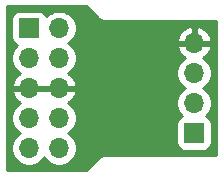
<source format=gbr>
G04 #@! TF.GenerationSoftware,KiCad,Pcbnew,(5.1.5)-2*
G04 #@! TF.CreationDate,2019-12-06T13:47:24+11:00*
G04 #@! TF.ProjectId,SWD-Breakout,5357442d-4272-4656-916b-6f75742e6b69,rev?*
G04 #@! TF.SameCoordinates,Original*
G04 #@! TF.FileFunction,Copper,L2,Bot*
G04 #@! TF.FilePolarity,Positive*
%FSLAX46Y46*%
G04 Gerber Fmt 4.6, Leading zero omitted, Abs format (unit mm)*
G04 Created by KiCad (PCBNEW (5.1.5)-2) date 2019-12-06 13:47:24*
%MOMM*%
%LPD*%
G04 APERTURE LIST*
%ADD10O,1.700000X1.700000*%
%ADD11R,1.700000X1.700000*%
%ADD12C,0.254000*%
G04 APERTURE END LIST*
D10*
X149860000Y-77470000D03*
X149860000Y-80010000D03*
X149860000Y-82550000D03*
D11*
X149860000Y-85090000D03*
D10*
X138430000Y-86360000D03*
X135890000Y-86360000D03*
X138430000Y-83820000D03*
X135890000Y-83820000D03*
X138430000Y-81280000D03*
X135890000Y-81280000D03*
X138430000Y-78740000D03*
X135890000Y-78740000D03*
X138430000Y-76200000D03*
D11*
X135890000Y-76200000D03*
D12*
G36*
X141750388Y-75373769D02*
G01*
X141771052Y-75398948D01*
X141796231Y-75419612D01*
X141796233Y-75419614D01*
X141871549Y-75481425D01*
X141899920Y-75496589D01*
X141986207Y-75542710D01*
X142110617Y-75580450D01*
X142207581Y-75590000D01*
X142207590Y-75590000D01*
X142239999Y-75593192D01*
X142272408Y-75590000D01*
X151732725Y-75590000D01*
X151739513Y-75590666D01*
X151740000Y-75595301D01*
X151740001Y-86962715D01*
X151739335Y-86969513D01*
X151734699Y-86970000D01*
X142272408Y-86970000D01*
X142239999Y-86966808D01*
X142207590Y-86970000D01*
X142207581Y-86970000D01*
X142110617Y-86979550D01*
X141986207Y-87017290D01*
X141917647Y-87053936D01*
X141871549Y-87078575D01*
X141805730Y-87132592D01*
X141771052Y-87161052D01*
X141750388Y-87186231D01*
X140696620Y-88240000D01*
X134017275Y-88240000D01*
X134010487Y-88239335D01*
X134010000Y-88234699D01*
X134010000Y-83673740D01*
X134405000Y-83673740D01*
X134405000Y-83966260D01*
X134462068Y-84253158D01*
X134574010Y-84523411D01*
X134736525Y-84766632D01*
X134943368Y-84973475D01*
X135117760Y-85090000D01*
X134943368Y-85206525D01*
X134736525Y-85413368D01*
X134574010Y-85656589D01*
X134462068Y-85926842D01*
X134405000Y-86213740D01*
X134405000Y-86506260D01*
X134462068Y-86793158D01*
X134574010Y-87063411D01*
X134736525Y-87306632D01*
X134943368Y-87513475D01*
X135186589Y-87675990D01*
X135456842Y-87787932D01*
X135743740Y-87845000D01*
X136036260Y-87845000D01*
X136323158Y-87787932D01*
X136593411Y-87675990D01*
X136836632Y-87513475D01*
X137043475Y-87306632D01*
X137160000Y-87132240D01*
X137276525Y-87306632D01*
X137483368Y-87513475D01*
X137726589Y-87675990D01*
X137996842Y-87787932D01*
X138283740Y-87845000D01*
X138576260Y-87845000D01*
X138863158Y-87787932D01*
X139133411Y-87675990D01*
X139376632Y-87513475D01*
X139583475Y-87306632D01*
X139745990Y-87063411D01*
X139857932Y-86793158D01*
X139915000Y-86506260D01*
X139915000Y-86213740D01*
X139857932Y-85926842D01*
X139745990Y-85656589D01*
X139583475Y-85413368D01*
X139376632Y-85206525D01*
X139202240Y-85090000D01*
X139376632Y-84973475D01*
X139583475Y-84766632D01*
X139745990Y-84523411D01*
X139857932Y-84253158D01*
X139860549Y-84240000D01*
X148371928Y-84240000D01*
X148371928Y-85940000D01*
X148384188Y-86064482D01*
X148420498Y-86184180D01*
X148479463Y-86294494D01*
X148558815Y-86391185D01*
X148655506Y-86470537D01*
X148765820Y-86529502D01*
X148885518Y-86565812D01*
X149010000Y-86578072D01*
X150710000Y-86578072D01*
X150834482Y-86565812D01*
X150954180Y-86529502D01*
X151064494Y-86470537D01*
X151161185Y-86391185D01*
X151240537Y-86294494D01*
X151299502Y-86184180D01*
X151335812Y-86064482D01*
X151348072Y-85940000D01*
X151348072Y-84240000D01*
X151335812Y-84115518D01*
X151299502Y-83995820D01*
X151240537Y-83885506D01*
X151161185Y-83788815D01*
X151064494Y-83709463D01*
X150954180Y-83650498D01*
X150881620Y-83628487D01*
X151013475Y-83496632D01*
X151175990Y-83253411D01*
X151287932Y-82983158D01*
X151345000Y-82696260D01*
X151345000Y-82403740D01*
X151287932Y-82116842D01*
X151175990Y-81846589D01*
X151013475Y-81603368D01*
X150806632Y-81396525D01*
X150632240Y-81280000D01*
X150806632Y-81163475D01*
X151013475Y-80956632D01*
X151175990Y-80713411D01*
X151287932Y-80443158D01*
X151345000Y-80156260D01*
X151345000Y-79863740D01*
X151287932Y-79576842D01*
X151175990Y-79306589D01*
X151013475Y-79063368D01*
X150806632Y-78856525D01*
X150624466Y-78734805D01*
X150741355Y-78665178D01*
X150957588Y-78470269D01*
X151131641Y-78236920D01*
X151256825Y-77974099D01*
X151301476Y-77826890D01*
X151180155Y-77597000D01*
X149987000Y-77597000D01*
X149987000Y-77617000D01*
X149733000Y-77617000D01*
X149733000Y-77597000D01*
X148539845Y-77597000D01*
X148418524Y-77826890D01*
X148463175Y-77974099D01*
X148588359Y-78236920D01*
X148762412Y-78470269D01*
X148978645Y-78665178D01*
X149095534Y-78734805D01*
X148913368Y-78856525D01*
X148706525Y-79063368D01*
X148544010Y-79306589D01*
X148432068Y-79576842D01*
X148375000Y-79863740D01*
X148375000Y-80156260D01*
X148432068Y-80443158D01*
X148544010Y-80713411D01*
X148706525Y-80956632D01*
X148913368Y-81163475D01*
X149087760Y-81280000D01*
X148913368Y-81396525D01*
X148706525Y-81603368D01*
X148544010Y-81846589D01*
X148432068Y-82116842D01*
X148375000Y-82403740D01*
X148375000Y-82696260D01*
X148432068Y-82983158D01*
X148544010Y-83253411D01*
X148706525Y-83496632D01*
X148838380Y-83628487D01*
X148765820Y-83650498D01*
X148655506Y-83709463D01*
X148558815Y-83788815D01*
X148479463Y-83885506D01*
X148420498Y-83995820D01*
X148384188Y-84115518D01*
X148371928Y-84240000D01*
X139860549Y-84240000D01*
X139915000Y-83966260D01*
X139915000Y-83673740D01*
X139857932Y-83386842D01*
X139745990Y-83116589D01*
X139583475Y-82873368D01*
X139376632Y-82666525D01*
X139194466Y-82544805D01*
X139311355Y-82475178D01*
X139527588Y-82280269D01*
X139701641Y-82046920D01*
X139826825Y-81784099D01*
X139871476Y-81636890D01*
X139750155Y-81407000D01*
X138557000Y-81407000D01*
X138557000Y-81427000D01*
X138303000Y-81427000D01*
X138303000Y-81407000D01*
X136017000Y-81407000D01*
X136017000Y-81427000D01*
X135763000Y-81427000D01*
X135763000Y-81407000D01*
X134569845Y-81407000D01*
X134448524Y-81636890D01*
X134493175Y-81784099D01*
X134618359Y-82046920D01*
X134792412Y-82280269D01*
X135008645Y-82475178D01*
X135125534Y-82544805D01*
X134943368Y-82666525D01*
X134736525Y-82873368D01*
X134574010Y-83116589D01*
X134462068Y-83386842D01*
X134405000Y-83673740D01*
X134010000Y-83673740D01*
X134010000Y-75350000D01*
X134401928Y-75350000D01*
X134401928Y-77050000D01*
X134414188Y-77174482D01*
X134450498Y-77294180D01*
X134509463Y-77404494D01*
X134588815Y-77501185D01*
X134685506Y-77580537D01*
X134795820Y-77639502D01*
X134868380Y-77661513D01*
X134736525Y-77793368D01*
X134574010Y-78036589D01*
X134462068Y-78306842D01*
X134405000Y-78593740D01*
X134405000Y-78886260D01*
X134462068Y-79173158D01*
X134574010Y-79443411D01*
X134736525Y-79686632D01*
X134943368Y-79893475D01*
X135125534Y-80015195D01*
X135008645Y-80084822D01*
X134792412Y-80279731D01*
X134618359Y-80513080D01*
X134493175Y-80775901D01*
X134448524Y-80923110D01*
X134569845Y-81153000D01*
X135763000Y-81153000D01*
X135763000Y-81133000D01*
X136017000Y-81133000D01*
X136017000Y-81153000D01*
X138303000Y-81153000D01*
X138303000Y-81133000D01*
X138557000Y-81133000D01*
X138557000Y-81153000D01*
X139750155Y-81153000D01*
X139871476Y-80923110D01*
X139826825Y-80775901D01*
X139701641Y-80513080D01*
X139527588Y-80279731D01*
X139311355Y-80084822D01*
X139194466Y-80015195D01*
X139376632Y-79893475D01*
X139583475Y-79686632D01*
X139745990Y-79443411D01*
X139857932Y-79173158D01*
X139915000Y-78886260D01*
X139915000Y-78593740D01*
X139857932Y-78306842D01*
X139745990Y-78036589D01*
X139583475Y-77793368D01*
X139376632Y-77586525D01*
X139202240Y-77470000D01*
X139376632Y-77353475D01*
X139583475Y-77146632D01*
X139605873Y-77113110D01*
X148418524Y-77113110D01*
X148539845Y-77343000D01*
X149733000Y-77343000D01*
X149733000Y-76149186D01*
X149987000Y-76149186D01*
X149987000Y-77343000D01*
X151180155Y-77343000D01*
X151301476Y-77113110D01*
X151256825Y-76965901D01*
X151131641Y-76703080D01*
X150957588Y-76469731D01*
X150741355Y-76274822D01*
X150491252Y-76125843D01*
X150216891Y-76028519D01*
X149987000Y-76149186D01*
X149733000Y-76149186D01*
X149503109Y-76028519D01*
X149228748Y-76125843D01*
X148978645Y-76274822D01*
X148762412Y-76469731D01*
X148588359Y-76703080D01*
X148463175Y-76965901D01*
X148418524Y-77113110D01*
X139605873Y-77113110D01*
X139745990Y-76903411D01*
X139857932Y-76633158D01*
X139915000Y-76346260D01*
X139915000Y-76053740D01*
X139857932Y-75766842D01*
X139745990Y-75496589D01*
X139583475Y-75253368D01*
X139376632Y-75046525D01*
X139133411Y-74884010D01*
X138863158Y-74772068D01*
X138576260Y-74715000D01*
X138283740Y-74715000D01*
X137996842Y-74772068D01*
X137726589Y-74884010D01*
X137483368Y-75046525D01*
X137351513Y-75178380D01*
X137329502Y-75105820D01*
X137270537Y-74995506D01*
X137191185Y-74898815D01*
X137094494Y-74819463D01*
X136984180Y-74760498D01*
X136864482Y-74724188D01*
X136740000Y-74711928D01*
X135040000Y-74711928D01*
X134915518Y-74724188D01*
X134795820Y-74760498D01*
X134685506Y-74819463D01*
X134588815Y-74898815D01*
X134509463Y-74995506D01*
X134450498Y-75105820D01*
X134414188Y-75225518D01*
X134401928Y-75350000D01*
X134010000Y-75350000D01*
X134010000Y-74327275D01*
X134010666Y-74320487D01*
X134015301Y-74320000D01*
X140696620Y-74320000D01*
X141750388Y-75373769D01*
G37*
X141750388Y-75373769D02*
X141771052Y-75398948D01*
X141796231Y-75419612D01*
X141796233Y-75419614D01*
X141871549Y-75481425D01*
X141899920Y-75496589D01*
X141986207Y-75542710D01*
X142110617Y-75580450D01*
X142207581Y-75590000D01*
X142207590Y-75590000D01*
X142239999Y-75593192D01*
X142272408Y-75590000D01*
X151732725Y-75590000D01*
X151739513Y-75590666D01*
X151740000Y-75595301D01*
X151740001Y-86962715D01*
X151739335Y-86969513D01*
X151734699Y-86970000D01*
X142272408Y-86970000D01*
X142239999Y-86966808D01*
X142207590Y-86970000D01*
X142207581Y-86970000D01*
X142110617Y-86979550D01*
X141986207Y-87017290D01*
X141917647Y-87053936D01*
X141871549Y-87078575D01*
X141805730Y-87132592D01*
X141771052Y-87161052D01*
X141750388Y-87186231D01*
X140696620Y-88240000D01*
X134017275Y-88240000D01*
X134010487Y-88239335D01*
X134010000Y-88234699D01*
X134010000Y-83673740D01*
X134405000Y-83673740D01*
X134405000Y-83966260D01*
X134462068Y-84253158D01*
X134574010Y-84523411D01*
X134736525Y-84766632D01*
X134943368Y-84973475D01*
X135117760Y-85090000D01*
X134943368Y-85206525D01*
X134736525Y-85413368D01*
X134574010Y-85656589D01*
X134462068Y-85926842D01*
X134405000Y-86213740D01*
X134405000Y-86506260D01*
X134462068Y-86793158D01*
X134574010Y-87063411D01*
X134736525Y-87306632D01*
X134943368Y-87513475D01*
X135186589Y-87675990D01*
X135456842Y-87787932D01*
X135743740Y-87845000D01*
X136036260Y-87845000D01*
X136323158Y-87787932D01*
X136593411Y-87675990D01*
X136836632Y-87513475D01*
X137043475Y-87306632D01*
X137160000Y-87132240D01*
X137276525Y-87306632D01*
X137483368Y-87513475D01*
X137726589Y-87675990D01*
X137996842Y-87787932D01*
X138283740Y-87845000D01*
X138576260Y-87845000D01*
X138863158Y-87787932D01*
X139133411Y-87675990D01*
X139376632Y-87513475D01*
X139583475Y-87306632D01*
X139745990Y-87063411D01*
X139857932Y-86793158D01*
X139915000Y-86506260D01*
X139915000Y-86213740D01*
X139857932Y-85926842D01*
X139745990Y-85656589D01*
X139583475Y-85413368D01*
X139376632Y-85206525D01*
X139202240Y-85090000D01*
X139376632Y-84973475D01*
X139583475Y-84766632D01*
X139745990Y-84523411D01*
X139857932Y-84253158D01*
X139860549Y-84240000D01*
X148371928Y-84240000D01*
X148371928Y-85940000D01*
X148384188Y-86064482D01*
X148420498Y-86184180D01*
X148479463Y-86294494D01*
X148558815Y-86391185D01*
X148655506Y-86470537D01*
X148765820Y-86529502D01*
X148885518Y-86565812D01*
X149010000Y-86578072D01*
X150710000Y-86578072D01*
X150834482Y-86565812D01*
X150954180Y-86529502D01*
X151064494Y-86470537D01*
X151161185Y-86391185D01*
X151240537Y-86294494D01*
X151299502Y-86184180D01*
X151335812Y-86064482D01*
X151348072Y-85940000D01*
X151348072Y-84240000D01*
X151335812Y-84115518D01*
X151299502Y-83995820D01*
X151240537Y-83885506D01*
X151161185Y-83788815D01*
X151064494Y-83709463D01*
X150954180Y-83650498D01*
X150881620Y-83628487D01*
X151013475Y-83496632D01*
X151175990Y-83253411D01*
X151287932Y-82983158D01*
X151345000Y-82696260D01*
X151345000Y-82403740D01*
X151287932Y-82116842D01*
X151175990Y-81846589D01*
X151013475Y-81603368D01*
X150806632Y-81396525D01*
X150632240Y-81280000D01*
X150806632Y-81163475D01*
X151013475Y-80956632D01*
X151175990Y-80713411D01*
X151287932Y-80443158D01*
X151345000Y-80156260D01*
X151345000Y-79863740D01*
X151287932Y-79576842D01*
X151175990Y-79306589D01*
X151013475Y-79063368D01*
X150806632Y-78856525D01*
X150624466Y-78734805D01*
X150741355Y-78665178D01*
X150957588Y-78470269D01*
X151131641Y-78236920D01*
X151256825Y-77974099D01*
X151301476Y-77826890D01*
X151180155Y-77597000D01*
X149987000Y-77597000D01*
X149987000Y-77617000D01*
X149733000Y-77617000D01*
X149733000Y-77597000D01*
X148539845Y-77597000D01*
X148418524Y-77826890D01*
X148463175Y-77974099D01*
X148588359Y-78236920D01*
X148762412Y-78470269D01*
X148978645Y-78665178D01*
X149095534Y-78734805D01*
X148913368Y-78856525D01*
X148706525Y-79063368D01*
X148544010Y-79306589D01*
X148432068Y-79576842D01*
X148375000Y-79863740D01*
X148375000Y-80156260D01*
X148432068Y-80443158D01*
X148544010Y-80713411D01*
X148706525Y-80956632D01*
X148913368Y-81163475D01*
X149087760Y-81280000D01*
X148913368Y-81396525D01*
X148706525Y-81603368D01*
X148544010Y-81846589D01*
X148432068Y-82116842D01*
X148375000Y-82403740D01*
X148375000Y-82696260D01*
X148432068Y-82983158D01*
X148544010Y-83253411D01*
X148706525Y-83496632D01*
X148838380Y-83628487D01*
X148765820Y-83650498D01*
X148655506Y-83709463D01*
X148558815Y-83788815D01*
X148479463Y-83885506D01*
X148420498Y-83995820D01*
X148384188Y-84115518D01*
X148371928Y-84240000D01*
X139860549Y-84240000D01*
X139915000Y-83966260D01*
X139915000Y-83673740D01*
X139857932Y-83386842D01*
X139745990Y-83116589D01*
X139583475Y-82873368D01*
X139376632Y-82666525D01*
X139194466Y-82544805D01*
X139311355Y-82475178D01*
X139527588Y-82280269D01*
X139701641Y-82046920D01*
X139826825Y-81784099D01*
X139871476Y-81636890D01*
X139750155Y-81407000D01*
X138557000Y-81407000D01*
X138557000Y-81427000D01*
X138303000Y-81427000D01*
X138303000Y-81407000D01*
X136017000Y-81407000D01*
X136017000Y-81427000D01*
X135763000Y-81427000D01*
X135763000Y-81407000D01*
X134569845Y-81407000D01*
X134448524Y-81636890D01*
X134493175Y-81784099D01*
X134618359Y-82046920D01*
X134792412Y-82280269D01*
X135008645Y-82475178D01*
X135125534Y-82544805D01*
X134943368Y-82666525D01*
X134736525Y-82873368D01*
X134574010Y-83116589D01*
X134462068Y-83386842D01*
X134405000Y-83673740D01*
X134010000Y-83673740D01*
X134010000Y-75350000D01*
X134401928Y-75350000D01*
X134401928Y-77050000D01*
X134414188Y-77174482D01*
X134450498Y-77294180D01*
X134509463Y-77404494D01*
X134588815Y-77501185D01*
X134685506Y-77580537D01*
X134795820Y-77639502D01*
X134868380Y-77661513D01*
X134736525Y-77793368D01*
X134574010Y-78036589D01*
X134462068Y-78306842D01*
X134405000Y-78593740D01*
X134405000Y-78886260D01*
X134462068Y-79173158D01*
X134574010Y-79443411D01*
X134736525Y-79686632D01*
X134943368Y-79893475D01*
X135125534Y-80015195D01*
X135008645Y-80084822D01*
X134792412Y-80279731D01*
X134618359Y-80513080D01*
X134493175Y-80775901D01*
X134448524Y-80923110D01*
X134569845Y-81153000D01*
X135763000Y-81153000D01*
X135763000Y-81133000D01*
X136017000Y-81133000D01*
X136017000Y-81153000D01*
X138303000Y-81153000D01*
X138303000Y-81133000D01*
X138557000Y-81133000D01*
X138557000Y-81153000D01*
X139750155Y-81153000D01*
X139871476Y-80923110D01*
X139826825Y-80775901D01*
X139701641Y-80513080D01*
X139527588Y-80279731D01*
X139311355Y-80084822D01*
X139194466Y-80015195D01*
X139376632Y-79893475D01*
X139583475Y-79686632D01*
X139745990Y-79443411D01*
X139857932Y-79173158D01*
X139915000Y-78886260D01*
X139915000Y-78593740D01*
X139857932Y-78306842D01*
X139745990Y-78036589D01*
X139583475Y-77793368D01*
X139376632Y-77586525D01*
X139202240Y-77470000D01*
X139376632Y-77353475D01*
X139583475Y-77146632D01*
X139605873Y-77113110D01*
X148418524Y-77113110D01*
X148539845Y-77343000D01*
X149733000Y-77343000D01*
X149733000Y-76149186D01*
X149987000Y-76149186D01*
X149987000Y-77343000D01*
X151180155Y-77343000D01*
X151301476Y-77113110D01*
X151256825Y-76965901D01*
X151131641Y-76703080D01*
X150957588Y-76469731D01*
X150741355Y-76274822D01*
X150491252Y-76125843D01*
X150216891Y-76028519D01*
X149987000Y-76149186D01*
X149733000Y-76149186D01*
X149503109Y-76028519D01*
X149228748Y-76125843D01*
X148978645Y-76274822D01*
X148762412Y-76469731D01*
X148588359Y-76703080D01*
X148463175Y-76965901D01*
X148418524Y-77113110D01*
X139605873Y-77113110D01*
X139745990Y-76903411D01*
X139857932Y-76633158D01*
X139915000Y-76346260D01*
X139915000Y-76053740D01*
X139857932Y-75766842D01*
X139745990Y-75496589D01*
X139583475Y-75253368D01*
X139376632Y-75046525D01*
X139133411Y-74884010D01*
X138863158Y-74772068D01*
X138576260Y-74715000D01*
X138283740Y-74715000D01*
X137996842Y-74772068D01*
X137726589Y-74884010D01*
X137483368Y-75046525D01*
X137351513Y-75178380D01*
X137329502Y-75105820D01*
X137270537Y-74995506D01*
X137191185Y-74898815D01*
X137094494Y-74819463D01*
X136984180Y-74760498D01*
X136864482Y-74724188D01*
X136740000Y-74711928D01*
X135040000Y-74711928D01*
X134915518Y-74724188D01*
X134795820Y-74760498D01*
X134685506Y-74819463D01*
X134588815Y-74898815D01*
X134509463Y-74995506D01*
X134450498Y-75105820D01*
X134414188Y-75225518D01*
X134401928Y-75350000D01*
X134010000Y-75350000D01*
X134010000Y-74327275D01*
X134010666Y-74320487D01*
X134015301Y-74320000D01*
X140696620Y-74320000D01*
X141750388Y-75373769D01*
M02*

</source>
